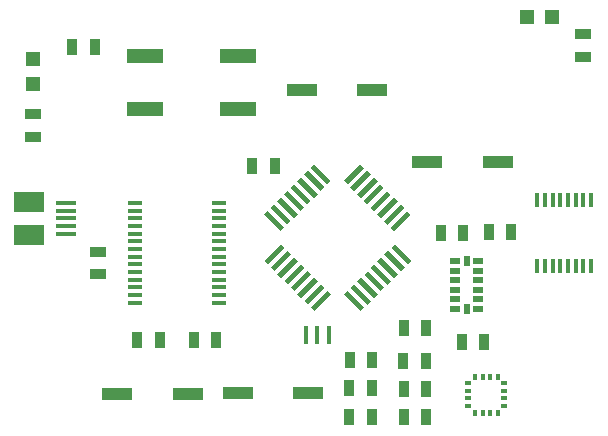
<source format=gtp>
G04 (created by PCBNEW-RS274X (2011-nov-30)-testing) date Sun 09 Sep 2012 09:49:09 PM EDT*
%MOIN*%
G04 Gerber Fmt 3.4, Leading zero omitted, Abs format*
%FSLAX34Y34*%
G01*
G70*
G90*
G04 APERTURE LIST*
%ADD10C,0.006*%
%ADD11R,0.122X0.0512*%
%ADD12R,0.0354X0.0236*%
%ADD13R,0.0236X0.0354*%
%ADD14R,0.0157X0.0197*%
%ADD15R,0.0197X0.0157*%
%ADD16R,0.0472X0.0472*%
%ADD17R,0.0118X0.063*%
%ADD18R,0.015X0.05*%
%ADD19R,0.05X0.016*%
%ADD20R,0.035X0.055*%
%ADD21R,0.055X0.035*%
%ADD22R,0.0984X0.0393*%
%ADD23R,0.0669X0.0157*%
%ADD24R,0.0984X0.0709*%
G04 APERTURE END LIST*
G54D10*
G54D11*
X7645Y12916D03*
X4515Y12916D03*
X4515Y11144D03*
X7645Y11144D03*
G54D12*
X14856Y6067D03*
X14856Y5752D03*
X14856Y5437D03*
X14856Y5123D03*
X14856Y4808D03*
X14856Y4493D03*
G54D13*
X15250Y4493D03*
G54D12*
X15644Y4493D03*
X15644Y4808D03*
X15644Y5123D03*
X15644Y5437D03*
X15644Y5752D03*
X15644Y6067D03*
G54D13*
X15250Y6067D03*
G54D14*
X15526Y1030D03*
X15782Y1030D03*
X16038Y1030D03*
X16294Y1030D03*
G54D15*
X16510Y1246D03*
X16510Y1502D03*
X16510Y1758D03*
X16510Y2014D03*
G54D14*
X16294Y2230D03*
X16038Y2230D03*
X15782Y2230D03*
X15526Y2230D03*
G54D15*
X15310Y2014D03*
X15310Y1758D03*
X15310Y1502D03*
X15310Y1246D03*
G54D16*
X800Y11987D03*
X800Y12813D03*
X18083Y14205D03*
X17257Y14205D03*
G54D17*
X10275Y3600D03*
X10649Y3600D03*
X9901Y3600D03*
G54D18*
X17609Y5908D03*
X17865Y5908D03*
X18121Y5908D03*
X18377Y5908D03*
X18633Y5908D03*
X18889Y5908D03*
X19145Y5908D03*
X19401Y5908D03*
X19401Y8112D03*
X19145Y8112D03*
X18889Y8112D03*
X18633Y8112D03*
X18377Y8112D03*
X18121Y8112D03*
X17865Y8112D03*
X17609Y8112D03*
G54D10*
G36*
X10176Y4411D02*
X10052Y4535D01*
X10608Y5091D01*
X10732Y4967D01*
X10176Y4411D01*
X10176Y4411D01*
G37*
G36*
X9953Y4634D02*
X9829Y4758D01*
X10385Y5314D01*
X10509Y5190D01*
X9953Y4634D01*
X9953Y4634D01*
G37*
G36*
X9731Y4857D02*
X9607Y4981D01*
X10163Y5537D01*
X10287Y5413D01*
X9731Y4857D01*
X9731Y4857D01*
G37*
G36*
X9508Y5080D02*
X9384Y5204D01*
X9940Y5760D01*
X10064Y5636D01*
X9508Y5080D01*
X9508Y5080D01*
G37*
G36*
X9285Y5302D02*
X9161Y5426D01*
X9717Y5982D01*
X9841Y5858D01*
X9285Y5302D01*
X9285Y5302D01*
G37*
G36*
X9063Y5525D02*
X8939Y5649D01*
X9495Y6205D01*
X9619Y6081D01*
X9063Y5525D01*
X9063Y5525D01*
G37*
G36*
X8840Y5748D02*
X8716Y5872D01*
X9272Y6428D01*
X9396Y6304D01*
X8840Y5748D01*
X8840Y5748D01*
G37*
G36*
X8617Y5971D02*
X8493Y6095D01*
X9049Y6651D01*
X9173Y6527D01*
X8617Y5971D01*
X8617Y5971D01*
G37*
G36*
X11281Y8632D02*
X11157Y8756D01*
X11713Y9312D01*
X11837Y9188D01*
X11281Y8632D01*
X11281Y8632D01*
G37*
G36*
X12844Y7069D02*
X12720Y7193D01*
X13276Y7749D01*
X13400Y7625D01*
X12844Y7069D01*
X12844Y7069D01*
G37*
G36*
X12618Y7296D02*
X12494Y7420D01*
X13050Y7976D01*
X13174Y7852D01*
X12618Y7296D01*
X12618Y7296D01*
G37*
G36*
X12392Y7522D02*
X12268Y7646D01*
X12824Y8202D01*
X12948Y8078D01*
X12392Y7522D01*
X12392Y7522D01*
G37*
G36*
X12172Y7741D02*
X12048Y7865D01*
X12604Y8421D01*
X12728Y8297D01*
X12172Y7741D01*
X12172Y7741D01*
G37*
G36*
X11946Y7967D02*
X11822Y8091D01*
X12378Y8647D01*
X12502Y8523D01*
X11946Y7967D01*
X11946Y7967D01*
G37*
G36*
X11727Y8187D02*
X11603Y8311D01*
X12159Y8867D01*
X12283Y8743D01*
X11727Y8187D01*
X11727Y8187D01*
G37*
G36*
X11501Y8413D02*
X11377Y8537D01*
X11933Y9093D01*
X12057Y8969D01*
X11501Y8413D01*
X11501Y8413D01*
G37*
G36*
X9046Y7082D02*
X8490Y7638D01*
X8614Y7762D01*
X9170Y7206D01*
X9046Y7082D01*
X9046Y7082D01*
G37*
G36*
X9268Y7304D02*
X8712Y7860D01*
X8836Y7984D01*
X9392Y7428D01*
X9268Y7304D01*
X9268Y7304D01*
G37*
G36*
X9492Y7528D02*
X8936Y8084D01*
X9060Y8208D01*
X9616Y7652D01*
X9492Y7528D01*
X9492Y7528D01*
G37*
G36*
X9714Y7750D02*
X9158Y8306D01*
X9282Y8430D01*
X9838Y7874D01*
X9714Y7750D01*
X9714Y7750D01*
G37*
G36*
X9937Y7973D02*
X9381Y8529D01*
X9505Y8653D01*
X10061Y8097D01*
X9937Y7973D01*
X9937Y7973D01*
G37*
G36*
X10159Y8195D02*
X9603Y8751D01*
X9727Y8875D01*
X10283Y8319D01*
X10159Y8195D01*
X10159Y8195D01*
G37*
G36*
X10383Y8419D02*
X9827Y8975D01*
X9951Y9099D01*
X10507Y8543D01*
X10383Y8419D01*
X10383Y8419D01*
G37*
G36*
X10605Y8641D02*
X10049Y9197D01*
X10173Y9321D01*
X10729Y8765D01*
X10605Y8641D01*
X10605Y8641D01*
G37*
G36*
X11720Y4411D02*
X11164Y4967D01*
X11288Y5091D01*
X11844Y4535D01*
X11720Y4411D01*
X11720Y4411D01*
G37*
G36*
X11940Y4630D02*
X11384Y5186D01*
X11508Y5310D01*
X12064Y4754D01*
X11940Y4630D01*
X11940Y4630D01*
G37*
G36*
X12166Y4856D02*
X11610Y5412D01*
X11734Y5536D01*
X12290Y4980D01*
X12166Y4856D01*
X12166Y4856D01*
G37*
G36*
X12385Y5075D02*
X11829Y5631D01*
X11953Y5755D01*
X12509Y5199D01*
X12385Y5075D01*
X12385Y5075D01*
G37*
G36*
X12604Y5295D02*
X12048Y5851D01*
X12172Y5975D01*
X12728Y5419D01*
X12604Y5295D01*
X12604Y5295D01*
G37*
G36*
X12831Y5521D02*
X12275Y6077D01*
X12399Y6201D01*
X12955Y5645D01*
X12831Y5521D01*
X12831Y5521D01*
G37*
G36*
X13057Y5747D02*
X12501Y6303D01*
X12625Y6427D01*
X13181Y5871D01*
X13057Y5747D01*
X13057Y5747D01*
G37*
G36*
X13283Y5973D02*
X12727Y6529D01*
X12851Y6653D01*
X13407Y6097D01*
X13283Y5973D01*
X13283Y5973D01*
G37*
G54D19*
X6990Y4690D03*
X6990Y4940D03*
X6990Y5200D03*
X6990Y5460D03*
X6990Y5710D03*
X6990Y5970D03*
X6990Y6230D03*
X6990Y6480D03*
X6990Y6740D03*
X6990Y6990D03*
X6990Y7250D03*
X6990Y7510D03*
X6990Y7760D03*
X6990Y8020D03*
X4190Y8020D03*
X4190Y7760D03*
X4190Y7520D03*
X4190Y7250D03*
X4190Y6990D03*
X4190Y6740D03*
X4190Y6480D03*
X4190Y6230D03*
X4190Y5970D03*
X4190Y5710D03*
X4190Y5460D03*
X4190Y5200D03*
X4190Y4940D03*
X4190Y4690D03*
G54D20*
X11355Y2770D03*
X12105Y2770D03*
X13160Y870D03*
X13910Y870D03*
X15095Y3370D03*
X15845Y3370D03*
X13905Y3850D03*
X13155Y3850D03*
X15995Y7040D03*
X16745Y7040D03*
X14390Y7020D03*
X15140Y7020D03*
X11335Y870D03*
X12085Y870D03*
X11335Y1840D03*
X12085Y1840D03*
X5020Y3455D03*
X4270Y3455D03*
X13895Y2745D03*
X13145Y2745D03*
X13910Y1830D03*
X13160Y1830D03*
X6160Y3455D03*
X6910Y3455D03*
G54D21*
X2970Y6390D03*
X2970Y5640D03*
G54D20*
X8850Y9240D03*
X8100Y9240D03*
X2100Y13230D03*
X2850Y13230D03*
G54D21*
X19140Y13635D03*
X19140Y12885D03*
G54D22*
X16294Y9375D03*
X13935Y9375D03*
X9974Y1680D03*
X7615Y1680D03*
X5969Y1655D03*
X3610Y1655D03*
X12109Y11770D03*
X9750Y11770D03*
G54D21*
X800Y10975D03*
X800Y10225D03*
G54D23*
X1893Y7500D03*
X1893Y7756D03*
X1893Y6988D03*
X1893Y7244D03*
G54D24*
X672Y8051D03*
X672Y6949D03*
G54D23*
X1893Y8012D03*
M02*

</source>
